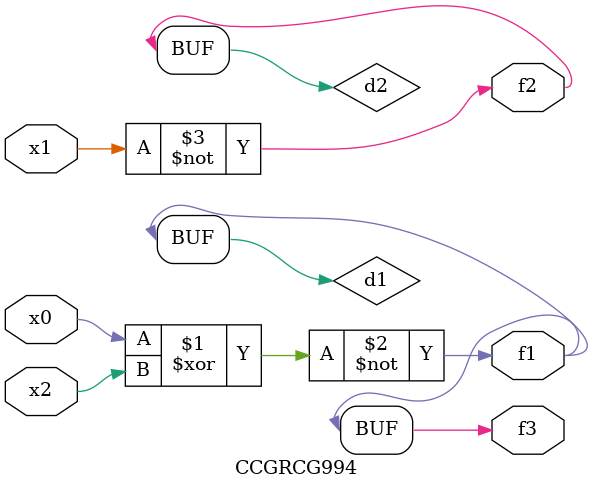
<source format=v>
module CCGRCG994(
	input x0, x1, x2,
	output f1, f2, f3
);

	wire d1, d2, d3;

	xnor (d1, x0, x2);
	nand (d2, x1);
	nor (d3, x1, x2);
	assign f1 = d1;
	assign f2 = d2;
	assign f3 = d1;
endmodule

</source>
